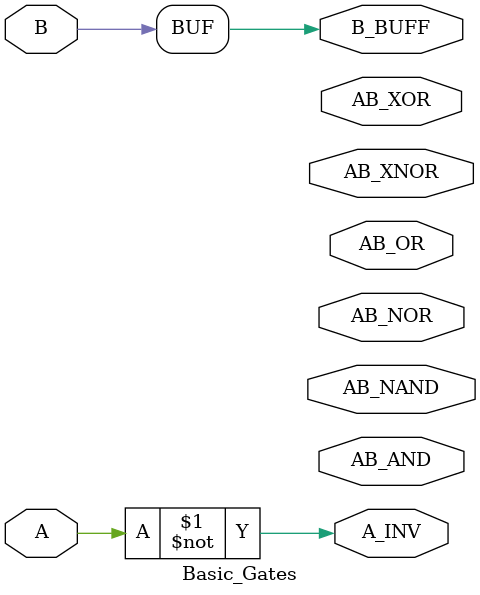
<source format=v>
module Basic_Gates ( 
A, 
B, 
AB_AND, 
AB_OR, 
AB_NAND, 
AB_NOR, 
AB_XOR, 
AB_XNOR, 
A_INV, 
B_BUFF 
); 
 
// List all the inputs 
input A; input B; 
 
// List all outputs 
output AB_AND; output AB_OR; output AB_NAND; output AB_NOR; output AB_XOR; output AB_XNOR; output A_INV; 	 
output B_BUFF; 
 
// Structural Module and (AB_AND, A, B); or (AB_OR, A, B); nand (AB_NAND, A, B); nor (AB_NOR, A, B); xor (AB_XOR, A, B); xnor (AB_XNOR, A, B); 
not (A_INV, A); buf (B_BUFF, B); 
 
endmodule 

</source>
